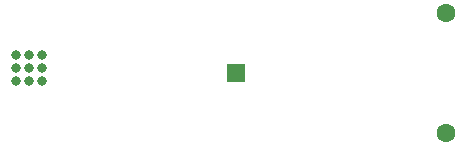
<source format=gbs>
G04*
G04 #@! TF.GenerationSoftware,Altium Limited,Altium Designer,19.0.11 (319)*
G04*
G04 Layer_Color=16711935*
%FSLAX44Y44*%
%MOMM*%
G71*
G01*
G75*
%ADD52R,1.6000X1.6000*%
%ADD53C,1.6000*%
%ADD54C,0.8032*%
D52*
X468750Y151500D02*
D03*
D53*
X646750Y100700D02*
D03*
Y202300D02*
D03*
D54*
X304610Y144650D02*
D03*
X293610D02*
D03*
X282610D02*
D03*
X304610Y155650D02*
D03*
X293610D02*
D03*
X282610D02*
D03*
X304610Y166650D02*
D03*
X293610D02*
D03*
X282610D02*
D03*
M02*

</source>
